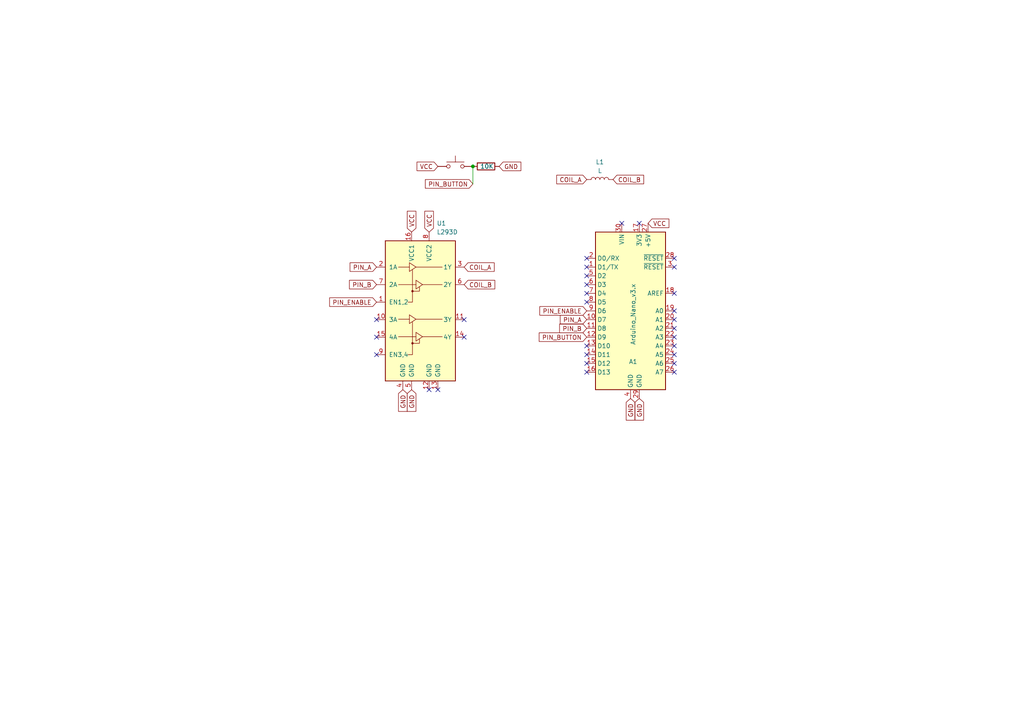
<source format=kicad_sch>
(kicad_sch (version 20231120) (generator "eeschema") (generator_version "8.0")
  (paper "A4")
  (lib_symbols
    (symbol "Device:L" (pin_numbers hide) (pin_names (offset 1.016) hide)
      (property "Reference" "L" (at -1.27 0 90))
      (property "Value" "L" (at 1.905 0 90))
      (symbol "L_0_1"
        (arc (start 0 -2.54) (mid 0.6323 -1.905) (end 0 -1.27))
        (arc (start 0 -1.27) (mid 0.6323 -0.635) (end 0 0))
        (arc (start 0 0) (mid 0.6323 0.635) (end 0 1.27))
        (arc (start 0 1.27) (mid 0.6323 1.905) (end 0 2.54))
      )
      (symbol "L_1_1"
        (pin passive line (at 0 3.81 270) (length 1.27) (name "1") (number "1"))
        (pin passive line (at 0 -3.81 90) (length 1.27) (name "2") (number "2"))
      )
    )
    (symbol "Device:R" (pin_numbers hide) (pin_names (offset 0))
      (property "Reference" "R" (at 2.032 0 90))
      (property "Value" "R" (at 0 0 90))
      (symbol "R_0_1"
        (rectangle (start -1.016 -2.54) (end 1.016 2.54) (stroke (width 0.254)))
      )
      (symbol "R_1_1"
        (pin passive line (at 0 3.81 270) (length 1.27) (name "~") (number "1"))
        (pin passive line (at 0 -3.81 90) (length 1.27) (name "~") (number "2"))
      )
    )
    (symbol "Driver_Motor:L293D" (pin_names (offset 1.016))
      (property "Reference" "U" (at -5.08 26.035 0))
      (property "Value" "L293D" (at -5.08 24.13 0))
      (symbol "L293D_0_1"
        (rectangle (start -10.16 22.86) (end 10.16 -17.78) (stroke (width 0.254)) (fill (type background)))
        (circle (center -2.286 -6.858) (radius 0.254) (fill (type outline)))
        (circle (center -2.286 8.255) (radius 0.254) (fill (type outline)))
        (polyline (pts (xy -6.35 -4.953) (xy -1.27 -4.953)))
        (polyline (pts (xy -6.35 0.127) (xy -3.175 0.127)))
        (polyline (pts (xy -6.35 10.16) (xy -1.27 10.16)))
        (polyline (pts (xy -6.35 15.24) (xy -3.175 15.24)))
        (polyline (pts (xy -1.27 0.127) (xy 6.35 0.127)))
        (polyline (pts (xy -1.27 15.24) (xy 6.35 15.24)))
        (polyline (pts (xy 0.635 -4.953) (xy 6.35 -4.953)))
        (polyline (pts (xy 0.635 10.16) (xy 6.35 10.16)))
        (polyline (pts (xy -2.286 -6.858) (xy -0.254 -6.858) (xy -0.254 -5.588)))
        (polyline (pts (xy -2.286 -0.635) (xy -2.286 -10.16) (xy -3.556 -10.16)))
        (polyline (pts (xy -2.286 8.255) (xy -0.254 8.255) (xy -0.254 9.525)))
        (polyline (pts (xy -2.286 14.478) (xy -2.286 5.08) (xy -3.556 5.08)))
        (polyline (pts (xy -3.175 1.397) (xy -3.175 -1.143) (xy -1.27 0.127) (xy -3.175 1.397)))
        (polyline (pts (xy -3.175 16.51) (xy -3.175 13.97) (xy -1.27 15.24) (xy -3.175 16.51)))
        (polyline (pts (xy -1.27 -3.683) (xy -1.27 -6.223) (xy 0.635 -4.953) (xy -1.27 -3.683)))
        (polyline (pts (xy -1.27 11.43) (xy -1.27 8.89) (xy 0.635 10.16) (xy -1.27 11.43)))
      )
      (symbol "L293D_1_1"
        (pin input line (at -12.7 5.08 0) (length 2.54) (name "EN1,2") (number "1"))
        (pin input line (at -12.7 0 0) (length 2.54) (name "3A") (number "10"))
        (pin output line (at 12.7 0 180) (length 2.54) (name "3Y") (number "11"))
        (pin power_in line (at 2.54 -20.32 90) (length 2.54) (name "GND") (number "12"))
        (pin power_in line (at 5.08 -20.32 90) (length 2.54) (name "GND") (number "13"))
        (pin output line (at 12.7 -5.08 180) (length 2.54) (name "4Y") (number "14"))
        (pin input line (at -12.7 -5.08 0) (length 2.54) (name "4A") (number "15"))
        (pin power_in line (at -2.54 25.4 270) (length 2.54) (name "VCC1") (number "16"))
        (pin input line (at -12.7 15.24 0) (length 2.54) (name "1A") (number "2"))
        (pin output line (at 12.7 15.24 180) (length 2.54) (name "1Y") (number "3"))
        (pin power_in line (at -5.08 -20.32 90) (length 2.54) (name "GND") (number "4"))
        (pin power_in line (at -2.54 -20.32 90) (length 2.54) (name "GND") (number "5"))
        (pin output line (at 12.7 10.16 180) (length 2.54) (name "2Y") (number "6"))
        (pin input line (at -12.7 10.16 0) (length 2.54) (name "2A") (number "7"))
        (pin power_in line (at 2.54 25.4 270) (length 2.54) (name "VCC2") (number "8"))
        (pin input line (at -12.7 -10.16 0) (length 2.54) (name "EN3,4") (number "9"))
      )
    )
    (symbol "MCU_Module:Arduino_Nano_v3.x"
      (property "Reference" "A" (at -10.16 23.495 0))
      (property "Value" "Arduino_Nano_v3.x" (at 5.08 -24.13 0))
      (symbol "Arduino_Nano_v3.x_0_1"
        (rectangle (start -10.16 22.86) (end 10.16 -22.86) (stroke (width 0.254)) (fill (type background)))
      )
      (symbol "Arduino_Nano_v3.x_1_1"
        (pin bidirectional line (at -12.7 12.7 0) (length 2.54) (name "D1/TX") (number "1"))
        (pin bidirectional line (at -12.7 -2.54 0) (length 2.54) (name "D7") (number "10"))
        (pin bidirectional line (at -12.7 -5.08 0) (length 2.54) (name "D8") (number "11"))
        (pin bidirectional line (at -12.7 -7.62 0) (length 2.54) (name "D9") (number "12"))
        (pin bidirectional line (at -12.7 -10.16 0) (length 2.54) (name "D10") (number "13"))
        (pin bidirectional line (at -12.7 -12.7 0) (length 2.54) (name "D11") (number "14"))
        (pin bidirectional line (at -12.7 -15.24 0) (length 2.54) (name "D12") (number "15"))
        (pin bidirectional line (at -12.7 -17.78 0) (length 2.54) (name "D13") (number "16"))
        (pin power_out line (at 2.54 25.4 270) (length 2.54) (name "3V3") (number "17"))
        (pin input line (at 12.7 5.08 180) (length 2.54) (name "AREF") (number "18"))
        (pin bidirectional line (at 12.7 0 180) (length 2.54) (name "A0") (number "19"))
        (pin bidirectional line (at -12.7 15.24 0) (length 2.54) (name "D0/RX") (number "2"))
        (pin bidirectional line (at 12.7 -2.54 180) (length 2.54) (name "A1") (number "20"))
        (pin bidirectional line (at 12.7 -5.08 180) (length 2.54) (name "A2") (number "21"))
        (pin bidirectional line (at 12.7 -7.62 180) (length 2.54) (name "A3") (number "22"))
        (pin bidirectional line (at 12.7 -10.16 180) (length 2.54) (name "A4") (number "23"))
        (pin bidirectional line (at 12.7 -12.7 180) (length 2.54) (name "A5") (number "24"))
        (pin bidirectional line (at 12.7 -15.24 180) (length 2.54) (name "A6") (number "25"))
        (pin bidirectional line (at 12.7 -17.78 180) (length 2.54) (name "A7") (number "26"))
        (pin power_out line (at 5.08 25.4 270) (length 2.54) (name "+5V") (number "27"))
        (pin input line (at 12.7 15.24 180) (length 2.54) (name "~{RESET}") (number "28"))
        (pin power_in line (at 2.54 -25.4 90) (length 2.54) (name "GND") (number "29"))
        (pin input line (at 12.7 12.7 180) (length 2.54) (name "~{RESET}") (number "3"))
        (pin power_in line (at -2.54 25.4 270) (length 2.54) (name "VIN") (number "30"))
        (pin power_in line (at 0 -25.4 90) (length 2.54) (name "GND") (number "4"))
        (pin bidirectional line (at -12.7 10.16 0) (length 2.54) (name "D2") (number "5"))
        (pin bidirectional line (at -12.7 7.62 0) (length 2.54) (name "D3") (number "6"))
        (pin bidirectional line (at -12.7 5.08 0) (length 2.54) (name "D4") (number "7"))
        (pin bidirectional line (at -12.7 2.54 0) (length 2.54) (name "D5") (number "8"))
        (pin bidirectional line (at -12.7 0 0) (length 2.54) (name "D6") (number "9"))
      )
    )
    (symbol "Switch:SW_Push" (pin_numbers hide) (pin_names (offset 1.016) hide)
      (property "Reference" "SW" (at 1.27 2.54 0))
      (property "Value" "SW_Push" (at 0 -1.524 0))
      (symbol "SW_Push_0_1"
        (circle (center -2.032 0) (radius 0.508))
        (polyline (pts (xy 0 1.27) (xy 0 3.048)))
        (polyline (pts (xy 2.54 1.27) (xy -2.54 1.27)))
        (circle (center 2.032 0) (radius 0.508))
        (pin passive line (at -5.08 0 0) (length 2.54) (name "1") (number "1"))
        (pin passive line (at 5.08 0 180) (length 2.54) (name "2") (number "2"))
      )
    )
  )
  (junction (at 137.16 48.26))
  (no_connect (at 195.58 85.09))
  (no_connect (at 195.58 107.95))
  (no_connect (at 195.58 102.87))
  (no_connect (at 170.18 107.95))
  (no_connect (at 127 113.03))
  (no_connect (at 195.58 97.79))
  (no_connect (at 185.42 64.77))
  (no_connect (at 170.18 80.01))
  (no_connect (at 109.22 102.87))
  (no_connect (at 195.58 90.17))
  (no_connect (at 170.18 85.09))
  (no_connect (at 195.58 95.25))
  (no_connect (at 124.46 113.03))
  (no_connect (at 134.62 97.79))
  (no_connect (at 170.18 102.87))
  (no_connect (at 180.34 64.77))
  (no_connect (at 170.18 87.63))
  (no_connect (at 109.22 97.79))
  (no_connect (at 195.58 92.71))
  (no_connect (at 170.18 100.33))
  (no_connect (at 170.18 77.47))
  (no_connect (at 134.62 92.71))
  (no_connect (at 170.18 74.93))
  (no_connect (at 170.18 82.55))
  (no_connect (at 195.58 105.41))
  (no_connect (at 170.18 105.41))
  (no_connect (at 109.22 92.71))
  (no_connect (at 195.58 77.47))
  (no_connect (at 195.58 74.93))
  (no_connect (at 195.58 100.33))
  (wire (pts (xy 137.16 53.34) (xy 137.16 48.26)))
  (global_label "GND" (shape input) (at 185.42 115.57 270) (property "Intersheetrefs" "${INTERSHEET_REFS}" (effects (hide yes))))
  (global_label "VCC" (shape input) (at 124.46 67.31 90) (property "Intersheetrefs" "${INTERSHEET_REFS}" (effects (hide yes))))
  (global_label "VCC" (shape input) (at 187.96 64.77 0) (property "Intersheetrefs" "${INTERSHEET_REFS}" (effects (hide yes))))
  (global_label "VCC" (shape input) (at 127 48.26 180) (property "Intersheetrefs" "${INTERSHEET_REFS}" (effects (hide yes))))
  (global_label "COIL_A" (shape input) (at 170.18 52.07 180) (property "Intersheetrefs" "${INTERSHEET_REFS}" (effects (hide yes))))
  (global_label "COIL_A" (shape input) (at 134.62 77.47 0) (property "Intersheetrefs" "${INTERSHEET_REFS}" (effects (hide yes))))
  (global_label "VCC" (shape input) (at 119.38 67.31 90) (property "Intersheetrefs" "${INTERSHEET_REFS}" (effects (hide yes))))
  (global_label "PIN_BUTTON" (shape input) (at 137.16 53.34 180) (property "Intersheetrefs" "${INTERSHEET_REFS}" (effects (hide yes))))
  (global_label "PIN_BUTTON" (shape input) (at 170.18 97.79 180) (property "Intersheetrefs" "${INTERSHEET_REFS}" (effects (hide yes))))
  (global_label "COIL_B" (shape input) (at 177.8 52.07 0) (property "Intersheetrefs" "${INTERSHEET_REFS}" (effects (hide yes))))
  (global_label "COIL_B" (shape input) (at 134.62 82.55 0) (property "Intersheetrefs" "${INTERSHEET_REFS}" (effects (hide yes))))
  (global_label "GND" (shape input) (at 116.84 113.03 270) (property "Intersheetrefs" "${INTERSHEET_REFS}" (effects (hide yes))))
  (global_label "GND" (shape input) (at 119.38 113.03 270) (property "Intersheetrefs" "${INTERSHEET_REFS}" (effects (hide yes))))
  (global_label "GND" (shape input) (at 182.88 115.57 270) (property "Intersheetrefs" "${INTERSHEET_REFS}" (effects (hide yes))))
  (global_label "PIN_B" (shape input) (at 170.18 95.25 180) (property "Intersheetrefs" "${INTERSHEET_REFS}" (effects (hide yes))))
  (global_label "PIN_B" (shape input) (at 109.22 82.55 180) (property "Intersheetrefs" "${INTERSHEET_REFS}" (effects (hide yes))))
  (global_label "PIN_ENABLE" (shape input) (at 170.18 90.17 180) (property "Intersheetrefs" "${INTERSHEET_REFS}" (effects (hide yes))))
  (global_label "PIN_A" (shape input) (at 109.22 77.47 180) (property "Intersheetrefs" "${INTERSHEET_REFS}" (effects (hide yes))))
  (global_label "PIN_A" (shape input) (at 170.18 92.71 180) (property "Intersheetrefs" "${INTERSHEET_REFS}" (effects (hide yes))))
  (global_label "GND" (shape input) (at 144.78 48.26 0) (property "Intersheetrefs" "${INTERSHEET_REFS}" (effects (hide yes))))
  (global_label "PIN_ENABLE" (shape input) (at 109.22 87.63 180) (property "Intersheetrefs" "${INTERSHEET_REFS}" (effects (hide yes))))
  (symbol (lib_id "Driver_Motor:L293D") (at 121.92 92.71 0) (unit 1)
    (property "Reference" "U1" (at 126.6541 64.77 0) (effects (justify left)))
    (property "Value" "L293D" (at 126.6541 67.31 0) (effects (justify left)))
    (property "Footprint" "Package_DIP:DIP-16_W7.62mm" (effects (hide yes)))
    (property "Datasheet" "http://www.ti.com/lit/ds/symlink/l293.pdf" (effects (hide yes)))
    (property "Description" "Quadruple Half-H Drivers" (effects (hide yes)))
  )
  (symbol (lib_id "Switch:SW_Push") (at 132.08 48.26 0) (unit 1)
    (property "Reference" "SW2" (effects (hide yes)))
    (property "Value" "SW_Push" (effects (hide yes)))
    (property "Footprint" "Button_Switch_THT:SW_PUSH_6mm" (effects (hide yes)))
    (property "Description" "Push button switch, generic, two pins" (effects (hide yes)))
  )
  (symbol (lib_id "MCU_Module:Arduino_Nano_v3.x") (at 182.88 90.17 0) (unit 1)
    (property "Reference" "A1" (at 182.372 104.902 0) (effects (justify left)))
    (property "Value" "Arduino_Nano_v3.x" (at 183.642 100.076 90) (effects (justify left)))
    (property "Footprint" "Module:Arduino_Nano" (effects (hide yes)))
    (property "Datasheet" "http://www.mouser.com/pdfdocs/Gravitech_Arduino_Nano3_0.pdf" (effects (hide yes)))
    (property "Description" "Arduino Nano v3.x" (effects (hide yes)))
  )
  (symbol (lib_id "Device:L") (at 173.99 52.07 90) (unit 1)
    (property "Reference" "L1" (at 173.99 46.99 90))
    (property "Value" "L" (at 173.99 49.53 90))
    (property "Footprint" "Resistor_THT:R_Axial_DIN0207_L6.3mm_D2.5mm_P7.62mm_Horizontal" (effects (hide yes)))
    (property "Description" "Inductor" (effects (hide yes)))
  )
  (symbol (lib_id "Device:R") (at 140.97 48.26 90) (unit 1)
    (property "Reference" "R1" (effects (hide yes)))
    (property "Value" "10K" (at 141.224 48.26 90))
    (property "Footprint" "Resistor_THT:R_Axial_DIN0207_L6.3mm_D2.5mm_P7.62mm_Horizontal" (effects (hide yes)))
    (property "Description" "Resistor" (effects (hide yes)))
  )
)
</source>
